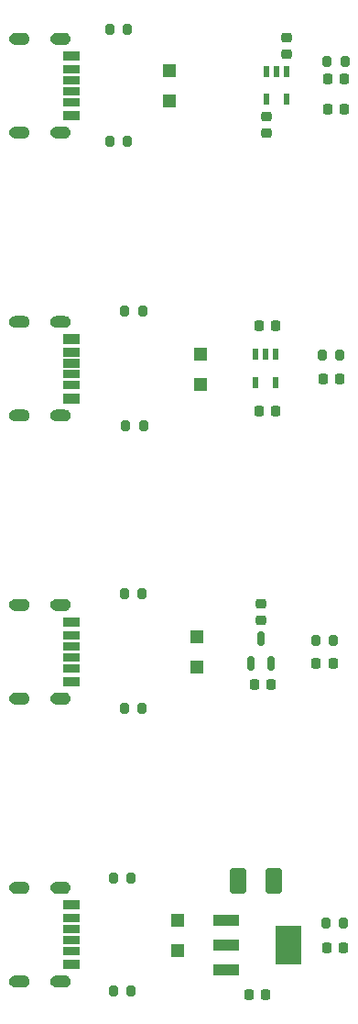
<source format=gtp>
%TF.GenerationSoftware,KiCad,Pcbnew,8.0.1*%
%TF.CreationDate,2024-04-25T19:43:29+08:00*%
%TF.ProjectId,UINIO-Power-LDO,55494e49-4f2d-4506-9f77-65722d4c444f,Version 1.0.0*%
%TF.SameCoordinates,PX7c793c0PY34d0820*%
%TF.FileFunction,Paste,Top*%
%TF.FilePolarity,Positive*%
%FSLAX46Y46*%
G04 Gerber Fmt 4.6, Leading zero omitted, Abs format (unit mm)*
G04 Created by KiCad (PCBNEW 8.0.1) date 2024-04-25 19:43:29*
%MOMM*%
%LPD*%
G01*
G04 APERTURE LIST*
G04 Aperture macros list*
%AMRoundRect*
0 Rectangle with rounded corners*
0 $1 Rounding radius*
0 $2 $3 $4 $5 $6 $7 $8 $9 X,Y pos of 4 corners*
0 Add a 4 corners polygon primitive as box body*
4,1,4,$2,$3,$4,$5,$6,$7,$8,$9,$2,$3,0*
0 Add four circle primitives for the rounded corners*
1,1,$1+$1,$2,$3*
1,1,$1+$1,$4,$5*
1,1,$1+$1,$6,$7*
1,1,$1+$1,$8,$9*
0 Add four rect primitives between the rounded corners*
20,1,$1+$1,$2,$3,$4,$5,0*
20,1,$1+$1,$4,$5,$6,$7,0*
20,1,$1+$1,$6,$7,$8,$9,0*
20,1,$1+$1,$8,$9,$2,$3,0*%
G04 Aperture macros list end*
%ADD10C,0.120000*%
%ADD11RoundRect,0.225000X-0.250000X0.225000X-0.250000X-0.225000X0.250000X-0.225000X0.250000X0.225000X0*%
%ADD12R,2.366000X0.980000*%
%ADD13R,2.366000X3.600000*%
%ADD14RoundRect,0.225000X-0.225000X-0.250000X0.225000X-0.250000X0.225000X0.250000X-0.225000X0.250000X0*%
%ADD15R,1.400000X0.700000*%
%ADD16R,1.400000X0.800000*%
%ADD17RoundRect,0.225000X0.225000X0.250000X-0.225000X0.250000X-0.225000X-0.250000X0.225000X-0.250000X0*%
%ADD18R,0.600000X1.000000*%
%ADD19RoundRect,0.200000X-0.200000X-0.275000X0.200000X-0.275000X0.200000X0.275000X-0.200000X0.275000X0*%
%ADD20RoundRect,0.200000X0.200000X0.275000X-0.200000X0.275000X-0.200000X-0.275000X0.200000X-0.275000X0*%
%ADD21RoundRect,0.218750X-0.218750X-0.256250X0.218750X-0.256250X0.218750X0.256250X-0.218750X0.256250X0*%
%ADD22RoundRect,0.250001X0.499999X0.924999X-0.499999X0.924999X-0.499999X-0.924999X0.499999X-0.924999X0*%
%ADD23R,1.200000X1.200000*%
%ADD24RoundRect,0.150000X0.150000X-0.512500X0.150000X0.512500X-0.150000X0.512500X-0.150000X-0.512500X0*%
%ADD25RoundRect,0.225000X0.250000X-0.225000X0.250000X0.225000X-0.250000X0.225000X-0.250000X-0.225000X0*%
G04 APERTURE END LIST*
D10*
%TO.C,USB3*%
X1790000Y-7646667D02*
X390000Y-7646667D01*
X390000Y-6846667D01*
X1790000Y-6846667D01*
X1790000Y-7646667D01*
G36*
X1790000Y-7646667D02*
G01*
X390000Y-7646667D01*
X390000Y-6846667D01*
X1790000Y-6846667D01*
X1790000Y-7646667D01*
G37*
X1790000Y-8826667D02*
X390000Y-8826667D01*
X390000Y-8126667D01*
X1790000Y-8126667D01*
X1790000Y-8826667D01*
G36*
X1790000Y-8826667D02*
G01*
X390000Y-8826667D01*
X390000Y-8126667D01*
X1790000Y-8126667D01*
X1790000Y-8826667D01*
G37*
X1790000Y-9846667D02*
X390000Y-9846667D01*
X390000Y-9146667D01*
X1790000Y-9146667D01*
X1790000Y-9846667D01*
G36*
X1790000Y-9846667D02*
G01*
X390000Y-9846667D01*
X390000Y-9146667D01*
X1790000Y-9146667D01*
X1790000Y-9846667D01*
G37*
X1790000Y-10846667D02*
X390000Y-10846667D01*
X390000Y-10146667D01*
X1790000Y-10146667D01*
X1790000Y-10846667D01*
G36*
X1790000Y-10846667D02*
G01*
X390000Y-10846667D01*
X390000Y-10146667D01*
X1790000Y-10146667D01*
X1790000Y-10846667D01*
G37*
X1790000Y-11866667D02*
X390000Y-11866667D01*
X390000Y-11166667D01*
X1790000Y-11166667D01*
X1790000Y-11866667D01*
G36*
X1790000Y-11866667D02*
G01*
X390000Y-11866667D01*
X390000Y-11166667D01*
X1790000Y-11166667D01*
X1790000Y-11866667D01*
G37*
X1790000Y-13146667D02*
X390000Y-13146667D01*
X390000Y-12346667D01*
X1790000Y-12346667D01*
X1790000Y-13146667D01*
G36*
X1790000Y-13146667D02*
G01*
X390000Y-13146667D01*
X390000Y-12346667D01*
X1790000Y-12346667D01*
X1790000Y-13146667D01*
G37*
X-3212000Y-5186667D02*
X-3119000Y-5214667D01*
X-3032000Y-5260667D01*
X-2956000Y-5322667D01*
X-2894000Y-5398667D01*
X-2848000Y-5485667D01*
X-2820000Y-5578667D01*
X-2810000Y-5676667D01*
X-2820000Y-5774667D01*
X-2848000Y-5867667D01*
X-2894000Y-5954667D01*
X-2956000Y-6030667D01*
X-3032000Y-6092667D01*
X-3119000Y-6138667D01*
X-3212000Y-6166667D01*
X-3310000Y-6176667D01*
X-4110000Y-6176667D01*
X-4208000Y-6166667D01*
X-4301000Y-6138667D01*
X-4388000Y-6092667D01*
X-4464000Y-6030667D01*
X-4526000Y-5954667D01*
X-4572000Y-5867667D01*
X-4600000Y-5774667D01*
X-4610000Y-5676667D01*
X-4600000Y-5578667D01*
X-4572000Y-5485667D01*
X-4526000Y-5398667D01*
X-4464000Y-5322667D01*
X-4388000Y-5260667D01*
X-4301000Y-5214667D01*
X-4208000Y-5186667D01*
X-4110000Y-5176667D01*
X-3310000Y-5176667D01*
X-3212000Y-5186667D01*
G36*
X-3212000Y-5186667D02*
G01*
X-3119000Y-5214667D01*
X-3032000Y-5260667D01*
X-2956000Y-5322667D01*
X-2894000Y-5398667D01*
X-2848000Y-5485667D01*
X-2820000Y-5578667D01*
X-2810000Y-5676667D01*
X-2820000Y-5774667D01*
X-2848000Y-5867667D01*
X-2894000Y-5954667D01*
X-2956000Y-6030667D01*
X-3032000Y-6092667D01*
X-3119000Y-6138667D01*
X-3212000Y-6166667D01*
X-3310000Y-6176667D01*
X-4110000Y-6176667D01*
X-4208000Y-6166667D01*
X-4301000Y-6138667D01*
X-4388000Y-6092667D01*
X-4464000Y-6030667D01*
X-4526000Y-5954667D01*
X-4572000Y-5867667D01*
X-4600000Y-5774667D01*
X-4610000Y-5676667D01*
X-4600000Y-5578667D01*
X-4572000Y-5485667D01*
X-4526000Y-5398667D01*
X-4464000Y-5322667D01*
X-4388000Y-5260667D01*
X-4301000Y-5214667D01*
X-4208000Y-5186667D01*
X-4110000Y-5176667D01*
X-3310000Y-5176667D01*
X-3212000Y-5186667D01*
G37*
X-3212000Y-13826667D02*
X-3119000Y-13854667D01*
X-3032000Y-13900667D01*
X-2956000Y-13963667D01*
X-2894000Y-14038667D01*
X-2848000Y-14125667D01*
X-2820000Y-14219667D01*
X-2810000Y-14316667D01*
X-2820000Y-14414667D01*
X-2848000Y-14507667D01*
X-2894000Y-14594667D01*
X-2956000Y-14670667D01*
X-3032000Y-14732667D01*
X-3119000Y-14778667D01*
X-3212000Y-14806667D01*
X-3310000Y-14816667D01*
X-4110000Y-14816667D01*
X-4208000Y-14806667D01*
X-4301000Y-14778667D01*
X-4388000Y-14732667D01*
X-4464000Y-14670667D01*
X-4526000Y-14594667D01*
X-4572000Y-14507667D01*
X-4600000Y-14414667D01*
X-4610000Y-14316667D01*
X-4600000Y-14219667D01*
X-4572000Y-14125667D01*
X-4526000Y-14038667D01*
X-4464000Y-13963667D01*
X-4388000Y-13900667D01*
X-4301000Y-13854667D01*
X-4208000Y-13826667D01*
X-4110000Y-13816667D01*
X-3310000Y-13816667D01*
X-3212000Y-13826667D01*
G36*
X-3212000Y-13826667D02*
G01*
X-3119000Y-13854667D01*
X-3032000Y-13900667D01*
X-2956000Y-13963667D01*
X-2894000Y-14038667D01*
X-2848000Y-14125667D01*
X-2820000Y-14219667D01*
X-2810000Y-14316667D01*
X-2820000Y-14414667D01*
X-2848000Y-14507667D01*
X-2894000Y-14594667D01*
X-2956000Y-14670667D01*
X-3032000Y-14732667D01*
X-3119000Y-14778667D01*
X-3212000Y-14806667D01*
X-3310000Y-14816667D01*
X-4110000Y-14816667D01*
X-4208000Y-14806667D01*
X-4301000Y-14778667D01*
X-4388000Y-14732667D01*
X-4464000Y-14670667D01*
X-4526000Y-14594667D01*
X-4572000Y-14507667D01*
X-4600000Y-14414667D01*
X-4610000Y-14316667D01*
X-4600000Y-14219667D01*
X-4572000Y-14125667D01*
X-4526000Y-14038667D01*
X-4464000Y-13963667D01*
X-4388000Y-13900667D01*
X-4301000Y-13854667D01*
X-4208000Y-13826667D01*
X-4110000Y-13816667D01*
X-3310000Y-13816667D01*
X-3212000Y-13826667D01*
G37*
X588000Y-5186667D02*
X681000Y-5214667D01*
X768000Y-5260667D01*
X844000Y-5322667D01*
X906000Y-5398667D01*
X952000Y-5485667D01*
X981000Y-5578667D01*
X990000Y-5676667D01*
X981000Y-5774667D01*
X952000Y-5867667D01*
X906000Y-5954667D01*
X844000Y-6030667D01*
X768000Y-6092667D01*
X681000Y-6138667D01*
X588000Y-6166667D01*
X490000Y-6176667D01*
X-310000Y-6176667D01*
X-407000Y-6166667D01*
X-501000Y-6138667D01*
X-588000Y-6092667D01*
X-663000Y-6030667D01*
X-726000Y-5954667D01*
X-772000Y-5867667D01*
X-800000Y-5774667D01*
X-810000Y-5676667D01*
X-800000Y-5578667D01*
X-772000Y-5485667D01*
X-726000Y-5398667D01*
X-663000Y-5322667D01*
X-588000Y-5260667D01*
X-501000Y-5214667D01*
X-407000Y-5186667D01*
X-310000Y-5176667D01*
X490000Y-5176667D01*
X588000Y-5186667D01*
G36*
X588000Y-5186667D02*
G01*
X681000Y-5214667D01*
X768000Y-5260667D01*
X844000Y-5322667D01*
X906000Y-5398667D01*
X952000Y-5485667D01*
X981000Y-5578667D01*
X990000Y-5676667D01*
X981000Y-5774667D01*
X952000Y-5867667D01*
X906000Y-5954667D01*
X844000Y-6030667D01*
X768000Y-6092667D01*
X681000Y-6138667D01*
X588000Y-6166667D01*
X490000Y-6176667D01*
X-310000Y-6176667D01*
X-407000Y-6166667D01*
X-501000Y-6138667D01*
X-588000Y-6092667D01*
X-663000Y-6030667D01*
X-726000Y-5954667D01*
X-772000Y-5867667D01*
X-800000Y-5774667D01*
X-810000Y-5676667D01*
X-800000Y-5578667D01*
X-772000Y-5485667D01*
X-726000Y-5398667D01*
X-663000Y-5322667D01*
X-588000Y-5260667D01*
X-501000Y-5214667D01*
X-407000Y-5186667D01*
X-310000Y-5176667D01*
X490000Y-5176667D01*
X588000Y-5186667D01*
G37*
X588000Y-13826667D02*
X681000Y-13854667D01*
X768000Y-13900667D01*
X844000Y-13963667D01*
X906000Y-14038667D01*
X952000Y-14125667D01*
X981000Y-14219667D01*
X990000Y-14316667D01*
X981000Y-14414667D01*
X952000Y-14507667D01*
X906000Y-14594667D01*
X844000Y-14670667D01*
X768000Y-14732667D01*
X681000Y-14778667D01*
X588000Y-14806667D01*
X490000Y-14816667D01*
X-310000Y-14816667D01*
X-407000Y-14806667D01*
X-501000Y-14778667D01*
X-588000Y-14732667D01*
X-663000Y-14670667D01*
X-726000Y-14594667D01*
X-772000Y-14507667D01*
X-800000Y-14414667D01*
X-810000Y-14316667D01*
X-800000Y-14219667D01*
X-772000Y-14125667D01*
X-726000Y-14038667D01*
X-663000Y-13963667D01*
X-588000Y-13900667D01*
X-501000Y-13854667D01*
X-407000Y-13826667D01*
X-310000Y-13816667D01*
X490000Y-13816667D01*
X588000Y-13826667D01*
G36*
X588000Y-13826667D02*
G01*
X681000Y-13854667D01*
X768000Y-13900667D01*
X844000Y-13963667D01*
X906000Y-14038667D01*
X952000Y-14125667D01*
X981000Y-14219667D01*
X990000Y-14316667D01*
X981000Y-14414667D01*
X952000Y-14507667D01*
X906000Y-14594667D01*
X844000Y-14670667D01*
X768000Y-14732667D01*
X681000Y-14778667D01*
X588000Y-14806667D01*
X490000Y-14816667D01*
X-310000Y-14816667D01*
X-407000Y-14806667D01*
X-501000Y-14778667D01*
X-588000Y-14732667D01*
X-663000Y-14670667D01*
X-726000Y-14594667D01*
X-772000Y-14507667D01*
X-800000Y-14414667D01*
X-810000Y-14316667D01*
X-800000Y-14219667D01*
X-772000Y-14125667D01*
X-726000Y-14038667D01*
X-663000Y-13963667D01*
X-588000Y-13900667D01*
X-501000Y-13854667D01*
X-407000Y-13826667D01*
X-310000Y-13816667D01*
X490000Y-13816667D01*
X588000Y-13826667D01*
G37*
%TO.C,USB4*%
X1790000Y-85986667D02*
X390000Y-85986667D01*
X390000Y-85186667D01*
X1790000Y-85186667D01*
X1790000Y-85986667D01*
G36*
X1790000Y-85986667D02*
G01*
X390000Y-85986667D01*
X390000Y-85186667D01*
X1790000Y-85186667D01*
X1790000Y-85986667D01*
G37*
X1790000Y-87166667D02*
X390000Y-87166667D01*
X390000Y-86466667D01*
X1790000Y-86466667D01*
X1790000Y-87166667D01*
G36*
X1790000Y-87166667D02*
G01*
X390000Y-87166667D01*
X390000Y-86466667D01*
X1790000Y-86466667D01*
X1790000Y-87166667D01*
G37*
X1790000Y-88186667D02*
X390000Y-88186667D01*
X390000Y-87486667D01*
X1790000Y-87486667D01*
X1790000Y-88186667D01*
G36*
X1790000Y-88186667D02*
G01*
X390000Y-88186667D01*
X390000Y-87486667D01*
X1790000Y-87486667D01*
X1790000Y-88186667D01*
G37*
X1790000Y-89186667D02*
X390000Y-89186667D01*
X390000Y-88486667D01*
X1790000Y-88486667D01*
X1790000Y-89186667D01*
G36*
X1790000Y-89186667D02*
G01*
X390000Y-89186667D01*
X390000Y-88486667D01*
X1790000Y-88486667D01*
X1790000Y-89186667D01*
G37*
X1790000Y-90206667D02*
X390000Y-90206667D01*
X390000Y-89506667D01*
X1790000Y-89506667D01*
X1790000Y-90206667D01*
G36*
X1790000Y-90206667D02*
G01*
X390000Y-90206667D01*
X390000Y-89506667D01*
X1790000Y-89506667D01*
X1790000Y-90206667D01*
G37*
X1790000Y-91486667D02*
X390000Y-91486667D01*
X390000Y-90686667D01*
X1790000Y-90686667D01*
X1790000Y-91486667D01*
G36*
X1790000Y-91486667D02*
G01*
X390000Y-91486667D01*
X390000Y-90686667D01*
X1790000Y-90686667D01*
X1790000Y-91486667D01*
G37*
X-3212000Y-83526667D02*
X-3119000Y-83554667D01*
X-3032000Y-83600667D01*
X-2956000Y-83662667D01*
X-2894000Y-83738667D01*
X-2848000Y-83825667D01*
X-2820000Y-83918667D01*
X-2810000Y-84016667D01*
X-2820000Y-84114667D01*
X-2848000Y-84207667D01*
X-2894000Y-84294667D01*
X-2956000Y-84370667D01*
X-3032000Y-84432667D01*
X-3119000Y-84478667D01*
X-3212000Y-84506667D01*
X-3310000Y-84516667D01*
X-4110000Y-84516667D01*
X-4208000Y-84506667D01*
X-4301000Y-84478667D01*
X-4388000Y-84432667D01*
X-4464000Y-84370667D01*
X-4526000Y-84294667D01*
X-4572000Y-84207667D01*
X-4600000Y-84114667D01*
X-4610000Y-84016667D01*
X-4600000Y-83918667D01*
X-4572000Y-83825667D01*
X-4526000Y-83738667D01*
X-4464000Y-83662667D01*
X-4388000Y-83600667D01*
X-4301000Y-83554667D01*
X-4208000Y-83526667D01*
X-4110000Y-83516667D01*
X-3310000Y-83516667D01*
X-3212000Y-83526667D01*
G36*
X-3212000Y-83526667D02*
G01*
X-3119000Y-83554667D01*
X-3032000Y-83600667D01*
X-2956000Y-83662667D01*
X-2894000Y-83738667D01*
X-2848000Y-83825667D01*
X-2820000Y-83918667D01*
X-2810000Y-84016667D01*
X-2820000Y-84114667D01*
X-2848000Y-84207667D01*
X-2894000Y-84294667D01*
X-2956000Y-84370667D01*
X-3032000Y-84432667D01*
X-3119000Y-84478667D01*
X-3212000Y-84506667D01*
X-3310000Y-84516667D01*
X-4110000Y-84516667D01*
X-4208000Y-84506667D01*
X-4301000Y-84478667D01*
X-4388000Y-84432667D01*
X-4464000Y-84370667D01*
X-4526000Y-84294667D01*
X-4572000Y-84207667D01*
X-4600000Y-84114667D01*
X-4610000Y-84016667D01*
X-4600000Y-83918667D01*
X-4572000Y-83825667D01*
X-4526000Y-83738667D01*
X-4464000Y-83662667D01*
X-4388000Y-83600667D01*
X-4301000Y-83554667D01*
X-4208000Y-83526667D01*
X-4110000Y-83516667D01*
X-3310000Y-83516667D01*
X-3212000Y-83526667D01*
G37*
X-3212000Y-92166667D02*
X-3119000Y-92194667D01*
X-3032000Y-92240667D01*
X-2956000Y-92303667D01*
X-2894000Y-92378667D01*
X-2848000Y-92465667D01*
X-2820000Y-92559667D01*
X-2810000Y-92656667D01*
X-2820000Y-92754667D01*
X-2848000Y-92847667D01*
X-2894000Y-92934667D01*
X-2956000Y-93010667D01*
X-3032000Y-93072667D01*
X-3119000Y-93118667D01*
X-3212000Y-93146667D01*
X-3310000Y-93156667D01*
X-4110000Y-93156667D01*
X-4208000Y-93146667D01*
X-4301000Y-93118667D01*
X-4388000Y-93072667D01*
X-4464000Y-93010667D01*
X-4526000Y-92934667D01*
X-4572000Y-92847667D01*
X-4600000Y-92754667D01*
X-4610000Y-92656667D01*
X-4600000Y-92559667D01*
X-4572000Y-92465667D01*
X-4526000Y-92378667D01*
X-4464000Y-92303667D01*
X-4388000Y-92240667D01*
X-4301000Y-92194667D01*
X-4208000Y-92166667D01*
X-4110000Y-92156667D01*
X-3310000Y-92156667D01*
X-3212000Y-92166667D01*
G36*
X-3212000Y-92166667D02*
G01*
X-3119000Y-92194667D01*
X-3032000Y-92240667D01*
X-2956000Y-92303667D01*
X-2894000Y-92378667D01*
X-2848000Y-92465667D01*
X-2820000Y-92559667D01*
X-2810000Y-92656667D01*
X-2820000Y-92754667D01*
X-2848000Y-92847667D01*
X-2894000Y-92934667D01*
X-2956000Y-93010667D01*
X-3032000Y-93072667D01*
X-3119000Y-93118667D01*
X-3212000Y-93146667D01*
X-3310000Y-93156667D01*
X-4110000Y-93156667D01*
X-4208000Y-93146667D01*
X-4301000Y-93118667D01*
X-4388000Y-93072667D01*
X-4464000Y-93010667D01*
X-4526000Y-92934667D01*
X-4572000Y-92847667D01*
X-4600000Y-92754667D01*
X-4610000Y-92656667D01*
X-4600000Y-92559667D01*
X-4572000Y-92465667D01*
X-4526000Y-92378667D01*
X-4464000Y-92303667D01*
X-4388000Y-92240667D01*
X-4301000Y-92194667D01*
X-4208000Y-92166667D01*
X-4110000Y-92156667D01*
X-3310000Y-92156667D01*
X-3212000Y-92166667D01*
G37*
X588000Y-83526667D02*
X681000Y-83554667D01*
X768000Y-83600667D01*
X844000Y-83662667D01*
X906000Y-83738667D01*
X952000Y-83825667D01*
X981000Y-83918667D01*
X990000Y-84016667D01*
X981000Y-84114667D01*
X952000Y-84207667D01*
X906000Y-84294667D01*
X844000Y-84370667D01*
X768000Y-84432667D01*
X681000Y-84478667D01*
X588000Y-84506667D01*
X490000Y-84516667D01*
X-310000Y-84516667D01*
X-407000Y-84506667D01*
X-501000Y-84478667D01*
X-588000Y-84432667D01*
X-663000Y-84370667D01*
X-726000Y-84294667D01*
X-772000Y-84207667D01*
X-800000Y-84114667D01*
X-810000Y-84016667D01*
X-800000Y-83918667D01*
X-772000Y-83825667D01*
X-726000Y-83738667D01*
X-663000Y-83662667D01*
X-588000Y-83600667D01*
X-501000Y-83554667D01*
X-407000Y-83526667D01*
X-310000Y-83516667D01*
X490000Y-83516667D01*
X588000Y-83526667D01*
G36*
X588000Y-83526667D02*
G01*
X681000Y-83554667D01*
X768000Y-83600667D01*
X844000Y-83662667D01*
X906000Y-83738667D01*
X952000Y-83825667D01*
X981000Y-83918667D01*
X990000Y-84016667D01*
X981000Y-84114667D01*
X952000Y-84207667D01*
X906000Y-84294667D01*
X844000Y-84370667D01*
X768000Y-84432667D01*
X681000Y-84478667D01*
X588000Y-84506667D01*
X490000Y-84516667D01*
X-310000Y-84516667D01*
X-407000Y-84506667D01*
X-501000Y-84478667D01*
X-588000Y-84432667D01*
X-663000Y-84370667D01*
X-726000Y-84294667D01*
X-772000Y-84207667D01*
X-800000Y-84114667D01*
X-810000Y-84016667D01*
X-800000Y-83918667D01*
X-772000Y-83825667D01*
X-726000Y-83738667D01*
X-663000Y-83662667D01*
X-588000Y-83600667D01*
X-501000Y-83554667D01*
X-407000Y-83526667D01*
X-310000Y-83516667D01*
X490000Y-83516667D01*
X588000Y-83526667D01*
G37*
X588000Y-92166667D02*
X681000Y-92194667D01*
X768000Y-92240667D01*
X844000Y-92303667D01*
X906000Y-92378667D01*
X952000Y-92465667D01*
X981000Y-92559667D01*
X990000Y-92656667D01*
X981000Y-92754667D01*
X952000Y-92847667D01*
X906000Y-92934667D01*
X844000Y-93010667D01*
X768000Y-93072667D01*
X681000Y-93118667D01*
X588000Y-93146667D01*
X490000Y-93156667D01*
X-310000Y-93156667D01*
X-407000Y-93146667D01*
X-501000Y-93118667D01*
X-588000Y-93072667D01*
X-663000Y-93010667D01*
X-726000Y-92934667D01*
X-772000Y-92847667D01*
X-800000Y-92754667D01*
X-810000Y-92656667D01*
X-800000Y-92559667D01*
X-772000Y-92465667D01*
X-726000Y-92378667D01*
X-663000Y-92303667D01*
X-588000Y-92240667D01*
X-501000Y-92194667D01*
X-407000Y-92166667D01*
X-310000Y-92156667D01*
X490000Y-92156667D01*
X588000Y-92166667D01*
G36*
X588000Y-92166667D02*
G01*
X681000Y-92194667D01*
X768000Y-92240667D01*
X844000Y-92303667D01*
X906000Y-92378667D01*
X952000Y-92465667D01*
X981000Y-92559667D01*
X990000Y-92656667D01*
X981000Y-92754667D01*
X952000Y-92847667D01*
X906000Y-92934667D01*
X844000Y-93010667D01*
X768000Y-93072667D01*
X681000Y-93118667D01*
X588000Y-93146667D01*
X490000Y-93156667D01*
X-310000Y-93156667D01*
X-407000Y-93146667D01*
X-501000Y-93118667D01*
X-588000Y-93072667D01*
X-663000Y-93010667D01*
X-726000Y-92934667D01*
X-772000Y-92847667D01*
X-800000Y-92754667D01*
X-810000Y-92656667D01*
X-800000Y-92559667D01*
X-772000Y-92465667D01*
X-726000Y-92378667D01*
X-663000Y-92303667D01*
X-588000Y-92240667D01*
X-501000Y-92194667D01*
X-407000Y-92166667D01*
X-310000Y-92156667D01*
X490000Y-92156667D01*
X588000Y-92166667D01*
G37*
%TO.C,USB2*%
X1790000Y-59873333D02*
X390000Y-59873333D01*
X390000Y-59073333D01*
X1790000Y-59073333D01*
X1790000Y-59873333D01*
G36*
X1790000Y-59873333D02*
G01*
X390000Y-59873333D01*
X390000Y-59073333D01*
X1790000Y-59073333D01*
X1790000Y-59873333D01*
G37*
X1790000Y-61053333D02*
X390000Y-61053333D01*
X390000Y-60353333D01*
X1790000Y-60353333D01*
X1790000Y-61053333D01*
G36*
X1790000Y-61053333D02*
G01*
X390000Y-61053333D01*
X390000Y-60353333D01*
X1790000Y-60353333D01*
X1790000Y-61053333D01*
G37*
X1790000Y-62073333D02*
X390000Y-62073333D01*
X390000Y-61373333D01*
X1790000Y-61373333D01*
X1790000Y-62073333D01*
G36*
X1790000Y-62073333D02*
G01*
X390000Y-62073333D01*
X390000Y-61373333D01*
X1790000Y-61373333D01*
X1790000Y-62073333D01*
G37*
X1790000Y-63073333D02*
X390000Y-63073333D01*
X390000Y-62373333D01*
X1790000Y-62373333D01*
X1790000Y-63073333D01*
G36*
X1790000Y-63073333D02*
G01*
X390000Y-63073333D01*
X390000Y-62373333D01*
X1790000Y-62373333D01*
X1790000Y-63073333D01*
G37*
X1790000Y-64093333D02*
X390000Y-64093333D01*
X390000Y-63393333D01*
X1790000Y-63393333D01*
X1790000Y-64093333D01*
G36*
X1790000Y-64093333D02*
G01*
X390000Y-64093333D01*
X390000Y-63393333D01*
X1790000Y-63393333D01*
X1790000Y-64093333D01*
G37*
X1790000Y-65373333D02*
X390000Y-65373333D01*
X390000Y-64573333D01*
X1790000Y-64573333D01*
X1790000Y-65373333D01*
G36*
X1790000Y-65373333D02*
G01*
X390000Y-65373333D01*
X390000Y-64573333D01*
X1790000Y-64573333D01*
X1790000Y-65373333D01*
G37*
X-3212000Y-57413333D02*
X-3119000Y-57441333D01*
X-3032000Y-57487333D01*
X-2956000Y-57549333D01*
X-2894000Y-57625333D01*
X-2848000Y-57712333D01*
X-2820000Y-57805333D01*
X-2810000Y-57903333D01*
X-2820000Y-58001333D01*
X-2848000Y-58094333D01*
X-2894000Y-58181333D01*
X-2956000Y-58257333D01*
X-3032000Y-58319333D01*
X-3119000Y-58365333D01*
X-3212000Y-58393333D01*
X-3310000Y-58403333D01*
X-4110000Y-58403333D01*
X-4208000Y-58393333D01*
X-4301000Y-58365333D01*
X-4388000Y-58319333D01*
X-4464000Y-58257333D01*
X-4526000Y-58181333D01*
X-4572000Y-58094333D01*
X-4600000Y-58001333D01*
X-4610000Y-57903333D01*
X-4600000Y-57805333D01*
X-4572000Y-57712333D01*
X-4526000Y-57625333D01*
X-4464000Y-57549333D01*
X-4388000Y-57487333D01*
X-4301000Y-57441333D01*
X-4208000Y-57413333D01*
X-4110000Y-57403333D01*
X-3310000Y-57403333D01*
X-3212000Y-57413333D01*
G36*
X-3212000Y-57413333D02*
G01*
X-3119000Y-57441333D01*
X-3032000Y-57487333D01*
X-2956000Y-57549333D01*
X-2894000Y-57625333D01*
X-2848000Y-57712333D01*
X-2820000Y-57805333D01*
X-2810000Y-57903333D01*
X-2820000Y-58001333D01*
X-2848000Y-58094333D01*
X-2894000Y-58181333D01*
X-2956000Y-58257333D01*
X-3032000Y-58319333D01*
X-3119000Y-58365333D01*
X-3212000Y-58393333D01*
X-3310000Y-58403333D01*
X-4110000Y-58403333D01*
X-4208000Y-58393333D01*
X-4301000Y-58365333D01*
X-4388000Y-58319333D01*
X-4464000Y-58257333D01*
X-4526000Y-58181333D01*
X-4572000Y-58094333D01*
X-4600000Y-58001333D01*
X-4610000Y-57903333D01*
X-4600000Y-57805333D01*
X-4572000Y-57712333D01*
X-4526000Y-57625333D01*
X-4464000Y-57549333D01*
X-4388000Y-57487333D01*
X-4301000Y-57441333D01*
X-4208000Y-57413333D01*
X-4110000Y-57403333D01*
X-3310000Y-57403333D01*
X-3212000Y-57413333D01*
G37*
X-3212000Y-66053333D02*
X-3119000Y-66081333D01*
X-3032000Y-66127333D01*
X-2956000Y-66190333D01*
X-2894000Y-66265333D01*
X-2848000Y-66352333D01*
X-2820000Y-66446333D01*
X-2810000Y-66543333D01*
X-2820000Y-66641333D01*
X-2848000Y-66734333D01*
X-2894000Y-66821333D01*
X-2956000Y-66897333D01*
X-3032000Y-66959333D01*
X-3119000Y-67005333D01*
X-3212000Y-67033333D01*
X-3310000Y-67043333D01*
X-4110000Y-67043333D01*
X-4208000Y-67033333D01*
X-4301000Y-67005333D01*
X-4388000Y-66959333D01*
X-4464000Y-66897333D01*
X-4526000Y-66821333D01*
X-4572000Y-66734333D01*
X-4600000Y-66641333D01*
X-4610000Y-66543333D01*
X-4600000Y-66446333D01*
X-4572000Y-66352333D01*
X-4526000Y-66265333D01*
X-4464000Y-66190333D01*
X-4388000Y-66127333D01*
X-4301000Y-66081333D01*
X-4208000Y-66053333D01*
X-4110000Y-66043333D01*
X-3310000Y-66043333D01*
X-3212000Y-66053333D01*
G36*
X-3212000Y-66053333D02*
G01*
X-3119000Y-66081333D01*
X-3032000Y-66127333D01*
X-2956000Y-66190333D01*
X-2894000Y-66265333D01*
X-2848000Y-66352333D01*
X-2820000Y-66446333D01*
X-2810000Y-66543333D01*
X-2820000Y-66641333D01*
X-2848000Y-66734333D01*
X-2894000Y-66821333D01*
X-2956000Y-66897333D01*
X-3032000Y-66959333D01*
X-3119000Y-67005333D01*
X-3212000Y-67033333D01*
X-3310000Y-67043333D01*
X-4110000Y-67043333D01*
X-4208000Y-67033333D01*
X-4301000Y-67005333D01*
X-4388000Y-66959333D01*
X-4464000Y-66897333D01*
X-4526000Y-66821333D01*
X-4572000Y-66734333D01*
X-4600000Y-66641333D01*
X-4610000Y-66543333D01*
X-4600000Y-66446333D01*
X-4572000Y-66352333D01*
X-4526000Y-66265333D01*
X-4464000Y-66190333D01*
X-4388000Y-66127333D01*
X-4301000Y-66081333D01*
X-4208000Y-66053333D01*
X-4110000Y-66043333D01*
X-3310000Y-66043333D01*
X-3212000Y-66053333D01*
G37*
X588000Y-57413333D02*
X681000Y-57441333D01*
X768000Y-57487333D01*
X844000Y-57549333D01*
X906000Y-57625333D01*
X952000Y-57712333D01*
X981000Y-57805333D01*
X990000Y-57903333D01*
X981000Y-58001333D01*
X952000Y-58094333D01*
X906000Y-58181333D01*
X844000Y-58257333D01*
X768000Y-58319333D01*
X681000Y-58365333D01*
X588000Y-58393333D01*
X490000Y-58403333D01*
X-310000Y-58403333D01*
X-407000Y-58393333D01*
X-501000Y-58365333D01*
X-588000Y-58319333D01*
X-663000Y-58257333D01*
X-726000Y-58181333D01*
X-772000Y-58094333D01*
X-800000Y-58001333D01*
X-810000Y-57903333D01*
X-800000Y-57805333D01*
X-772000Y-57712333D01*
X-726000Y-57625333D01*
X-663000Y-57549333D01*
X-588000Y-57487333D01*
X-501000Y-57441333D01*
X-407000Y-57413333D01*
X-310000Y-57403333D01*
X490000Y-57403333D01*
X588000Y-57413333D01*
G36*
X588000Y-57413333D02*
G01*
X681000Y-57441333D01*
X768000Y-57487333D01*
X844000Y-57549333D01*
X906000Y-57625333D01*
X952000Y-57712333D01*
X981000Y-57805333D01*
X990000Y-57903333D01*
X981000Y-58001333D01*
X952000Y-58094333D01*
X906000Y-58181333D01*
X844000Y-58257333D01*
X768000Y-58319333D01*
X681000Y-58365333D01*
X588000Y-58393333D01*
X490000Y-58403333D01*
X-310000Y-58403333D01*
X-407000Y-58393333D01*
X-501000Y-58365333D01*
X-588000Y-58319333D01*
X-663000Y-58257333D01*
X-726000Y-58181333D01*
X-772000Y-58094333D01*
X-800000Y-58001333D01*
X-810000Y-57903333D01*
X-800000Y-57805333D01*
X-772000Y-57712333D01*
X-726000Y-57625333D01*
X-663000Y-57549333D01*
X-588000Y-57487333D01*
X-501000Y-57441333D01*
X-407000Y-57413333D01*
X-310000Y-57403333D01*
X490000Y-57403333D01*
X588000Y-57413333D01*
G37*
X588000Y-66053333D02*
X681000Y-66081333D01*
X768000Y-66127333D01*
X844000Y-66190333D01*
X906000Y-66265333D01*
X952000Y-66352333D01*
X981000Y-66446333D01*
X990000Y-66543333D01*
X981000Y-66641333D01*
X952000Y-66734333D01*
X906000Y-66821333D01*
X844000Y-66897333D01*
X768000Y-66959333D01*
X681000Y-67005333D01*
X588000Y-67033333D01*
X490000Y-67043333D01*
X-310000Y-67043333D01*
X-407000Y-67033333D01*
X-501000Y-67005333D01*
X-588000Y-66959333D01*
X-663000Y-66897333D01*
X-726000Y-66821333D01*
X-772000Y-66734333D01*
X-800000Y-66641333D01*
X-810000Y-66543333D01*
X-800000Y-66446333D01*
X-772000Y-66352333D01*
X-726000Y-66265333D01*
X-663000Y-66190333D01*
X-588000Y-66127333D01*
X-501000Y-66081333D01*
X-407000Y-66053333D01*
X-310000Y-66043333D01*
X490000Y-66043333D01*
X588000Y-66053333D01*
G36*
X588000Y-66053333D02*
G01*
X681000Y-66081333D01*
X768000Y-66127333D01*
X844000Y-66190333D01*
X906000Y-66265333D01*
X952000Y-66352333D01*
X981000Y-66446333D01*
X990000Y-66543333D01*
X981000Y-66641333D01*
X952000Y-66734333D01*
X906000Y-66821333D01*
X844000Y-66897333D01*
X768000Y-66959333D01*
X681000Y-67005333D01*
X588000Y-67033333D01*
X490000Y-67043333D01*
X-310000Y-67043333D01*
X-407000Y-67033333D01*
X-501000Y-67005333D01*
X-588000Y-66959333D01*
X-663000Y-66897333D01*
X-726000Y-66821333D01*
X-772000Y-66734333D01*
X-800000Y-66641333D01*
X-810000Y-66543333D01*
X-800000Y-66446333D01*
X-772000Y-66352333D01*
X-726000Y-66265333D01*
X-663000Y-66190333D01*
X-588000Y-66127333D01*
X-501000Y-66081333D01*
X-407000Y-66053333D01*
X-310000Y-66043333D01*
X490000Y-66043333D01*
X588000Y-66053333D01*
G37*
%TO.C,USB1*%
X1790000Y-33760000D02*
X390000Y-33760000D01*
X390000Y-32960000D01*
X1790000Y-32960000D01*
X1790000Y-33760000D01*
G36*
X1790000Y-33760000D02*
G01*
X390000Y-33760000D01*
X390000Y-32960000D01*
X1790000Y-32960000D01*
X1790000Y-33760000D01*
G37*
X1790000Y-34940000D02*
X390000Y-34940000D01*
X390000Y-34240000D01*
X1790000Y-34240000D01*
X1790000Y-34940000D01*
G36*
X1790000Y-34940000D02*
G01*
X390000Y-34940000D01*
X390000Y-34240000D01*
X1790000Y-34240000D01*
X1790000Y-34940000D01*
G37*
X1790000Y-35960000D02*
X390000Y-35960000D01*
X390000Y-35260000D01*
X1790000Y-35260000D01*
X1790000Y-35960000D01*
G36*
X1790000Y-35960000D02*
G01*
X390000Y-35960000D01*
X390000Y-35260000D01*
X1790000Y-35260000D01*
X1790000Y-35960000D01*
G37*
X1790000Y-36960000D02*
X390000Y-36960000D01*
X390000Y-36260000D01*
X1790000Y-36260000D01*
X1790000Y-36960000D01*
G36*
X1790000Y-36960000D02*
G01*
X390000Y-36960000D01*
X390000Y-36260000D01*
X1790000Y-36260000D01*
X1790000Y-36960000D01*
G37*
X1790000Y-37980000D02*
X390000Y-37980000D01*
X390000Y-37280000D01*
X1790000Y-37280000D01*
X1790000Y-37980000D01*
G36*
X1790000Y-37980000D02*
G01*
X390000Y-37980000D01*
X390000Y-37280000D01*
X1790000Y-37280000D01*
X1790000Y-37980000D01*
G37*
X1790000Y-39260000D02*
X390000Y-39260000D01*
X390000Y-38460000D01*
X1790000Y-38460000D01*
X1790000Y-39260000D01*
G36*
X1790000Y-39260000D02*
G01*
X390000Y-39260000D01*
X390000Y-38460000D01*
X1790000Y-38460000D01*
X1790000Y-39260000D01*
G37*
X-3212000Y-31300000D02*
X-3119000Y-31328000D01*
X-3032000Y-31374000D01*
X-2956000Y-31436000D01*
X-2894000Y-31512000D01*
X-2848000Y-31599000D01*
X-2820000Y-31692000D01*
X-2810000Y-31790000D01*
X-2820000Y-31888000D01*
X-2848000Y-31981000D01*
X-2894000Y-32068000D01*
X-2956000Y-32144000D01*
X-3032000Y-32206000D01*
X-3119000Y-32252000D01*
X-3212000Y-32280000D01*
X-3310000Y-32290000D01*
X-4110000Y-32290000D01*
X-4208000Y-32280000D01*
X-4301000Y-32252000D01*
X-4388000Y-32206000D01*
X-4464000Y-32144000D01*
X-4526000Y-32068000D01*
X-4572000Y-31981000D01*
X-4600000Y-31888000D01*
X-4610000Y-31790000D01*
X-4600000Y-31692000D01*
X-4572000Y-31599000D01*
X-4526000Y-31512000D01*
X-4464000Y-31436000D01*
X-4388000Y-31374000D01*
X-4301000Y-31328000D01*
X-4208000Y-31300000D01*
X-4110000Y-31290000D01*
X-3310000Y-31290000D01*
X-3212000Y-31300000D01*
G36*
X-3212000Y-31300000D02*
G01*
X-3119000Y-31328000D01*
X-3032000Y-31374000D01*
X-2956000Y-31436000D01*
X-2894000Y-31512000D01*
X-2848000Y-31599000D01*
X-2820000Y-31692000D01*
X-2810000Y-31790000D01*
X-2820000Y-31888000D01*
X-2848000Y-31981000D01*
X-2894000Y-32068000D01*
X-2956000Y-32144000D01*
X-3032000Y-32206000D01*
X-3119000Y-32252000D01*
X-3212000Y-32280000D01*
X-3310000Y-32290000D01*
X-4110000Y-32290000D01*
X-4208000Y-32280000D01*
X-4301000Y-32252000D01*
X-4388000Y-32206000D01*
X-4464000Y-32144000D01*
X-4526000Y-32068000D01*
X-4572000Y-31981000D01*
X-4600000Y-31888000D01*
X-4610000Y-31790000D01*
X-4600000Y-31692000D01*
X-4572000Y-31599000D01*
X-4526000Y-31512000D01*
X-4464000Y-31436000D01*
X-4388000Y-31374000D01*
X-4301000Y-31328000D01*
X-4208000Y-31300000D01*
X-4110000Y-31290000D01*
X-3310000Y-31290000D01*
X-3212000Y-31300000D01*
G37*
X-3212000Y-39940000D02*
X-3119000Y-39968000D01*
X-3032000Y-40014000D01*
X-2956000Y-40077000D01*
X-2894000Y-40152000D01*
X-2848000Y-40239000D01*
X-2820000Y-40333000D01*
X-2810000Y-40430000D01*
X-2820000Y-40528000D01*
X-2848000Y-40621000D01*
X-2894000Y-40708000D01*
X-2956000Y-40784000D01*
X-3032000Y-40846000D01*
X-3119000Y-40892000D01*
X-3212000Y-40920000D01*
X-3310000Y-40930000D01*
X-4110000Y-40930000D01*
X-4208000Y-40920000D01*
X-4301000Y-40892000D01*
X-4388000Y-40846000D01*
X-4464000Y-40784000D01*
X-4526000Y-40708000D01*
X-4572000Y-40621000D01*
X-4600000Y-40528000D01*
X-4610000Y-40430000D01*
X-4600000Y-40333000D01*
X-4572000Y-40239000D01*
X-4526000Y-40152000D01*
X-4464000Y-40077000D01*
X-4388000Y-40014000D01*
X-4301000Y-39968000D01*
X-4208000Y-39940000D01*
X-4110000Y-39930000D01*
X-3310000Y-39930000D01*
X-3212000Y-39940000D01*
G36*
X-3212000Y-39940000D02*
G01*
X-3119000Y-39968000D01*
X-3032000Y-40014000D01*
X-2956000Y-40077000D01*
X-2894000Y-40152000D01*
X-2848000Y-40239000D01*
X-2820000Y-40333000D01*
X-2810000Y-40430000D01*
X-2820000Y-40528000D01*
X-2848000Y-40621000D01*
X-2894000Y-40708000D01*
X-2956000Y-40784000D01*
X-3032000Y-40846000D01*
X-3119000Y-40892000D01*
X-3212000Y-40920000D01*
X-3310000Y-40930000D01*
X-4110000Y-40930000D01*
X-4208000Y-40920000D01*
X-4301000Y-40892000D01*
X-4388000Y-40846000D01*
X-4464000Y-40784000D01*
X-4526000Y-40708000D01*
X-4572000Y-40621000D01*
X-4600000Y-40528000D01*
X-4610000Y-40430000D01*
X-4600000Y-40333000D01*
X-4572000Y-40239000D01*
X-4526000Y-40152000D01*
X-4464000Y-40077000D01*
X-4388000Y-40014000D01*
X-4301000Y-39968000D01*
X-4208000Y-39940000D01*
X-4110000Y-39930000D01*
X-3310000Y-39930000D01*
X-3212000Y-39940000D01*
G37*
X588000Y-31300000D02*
X681000Y-31328000D01*
X768000Y-31374000D01*
X844000Y-31436000D01*
X906000Y-31512000D01*
X952000Y-31599000D01*
X981000Y-31692000D01*
X990000Y-31790000D01*
X981000Y-31888000D01*
X952000Y-31981000D01*
X906000Y-32068000D01*
X844000Y-32144000D01*
X768000Y-32206000D01*
X681000Y-32252000D01*
X588000Y-32280000D01*
X490000Y-32290000D01*
X-310000Y-32290000D01*
X-407000Y-32280000D01*
X-501000Y-32252000D01*
X-588000Y-32206000D01*
X-663000Y-32144000D01*
X-726000Y-32068000D01*
X-772000Y-31981000D01*
X-800000Y-31888000D01*
X-810000Y-31790000D01*
X-800000Y-31692000D01*
X-772000Y-31599000D01*
X-726000Y-31512000D01*
X-663000Y-31436000D01*
X-588000Y-31374000D01*
X-501000Y-31328000D01*
X-407000Y-31300000D01*
X-310000Y-31290000D01*
X490000Y-31290000D01*
X588000Y-31300000D01*
G36*
X588000Y-31300000D02*
G01*
X681000Y-31328000D01*
X768000Y-31374000D01*
X844000Y-31436000D01*
X906000Y-31512000D01*
X952000Y-31599000D01*
X981000Y-31692000D01*
X990000Y-31790000D01*
X981000Y-31888000D01*
X952000Y-31981000D01*
X906000Y-32068000D01*
X844000Y-32144000D01*
X768000Y-32206000D01*
X681000Y-32252000D01*
X588000Y-32280000D01*
X490000Y-32290000D01*
X-310000Y-32290000D01*
X-407000Y-32280000D01*
X-501000Y-32252000D01*
X-588000Y-32206000D01*
X-663000Y-32144000D01*
X-726000Y-32068000D01*
X-772000Y-31981000D01*
X-800000Y-31888000D01*
X-810000Y-31790000D01*
X-800000Y-31692000D01*
X-772000Y-31599000D01*
X-726000Y-31512000D01*
X-663000Y-31436000D01*
X-588000Y-31374000D01*
X-501000Y-31328000D01*
X-407000Y-31300000D01*
X-310000Y-31290000D01*
X490000Y-31290000D01*
X588000Y-31300000D01*
G37*
X588000Y-39940000D02*
X681000Y-39968000D01*
X768000Y-40014000D01*
X844000Y-40077000D01*
X906000Y-40152000D01*
X952000Y-40239000D01*
X981000Y-40333000D01*
X990000Y-40430000D01*
X981000Y-40528000D01*
X952000Y-40621000D01*
X906000Y-40708000D01*
X844000Y-40784000D01*
X768000Y-40846000D01*
X681000Y-40892000D01*
X588000Y-40920000D01*
X490000Y-40930000D01*
X-310000Y-40930000D01*
X-407000Y-40920000D01*
X-501000Y-40892000D01*
X-588000Y-40846000D01*
X-663000Y-40784000D01*
X-726000Y-40708000D01*
X-772000Y-40621000D01*
X-800000Y-40528000D01*
X-810000Y-40430000D01*
X-800000Y-40333000D01*
X-772000Y-40239000D01*
X-726000Y-40152000D01*
X-663000Y-40077000D01*
X-588000Y-40014000D01*
X-501000Y-39968000D01*
X-407000Y-39940000D01*
X-310000Y-39930000D01*
X490000Y-39930000D01*
X588000Y-39940000D01*
G36*
X588000Y-39940000D02*
G01*
X681000Y-39968000D01*
X768000Y-40014000D01*
X844000Y-40077000D01*
X906000Y-40152000D01*
X952000Y-40239000D01*
X981000Y-40333000D01*
X990000Y-40430000D01*
X981000Y-40528000D01*
X952000Y-40621000D01*
X906000Y-40708000D01*
X844000Y-40784000D01*
X768000Y-40846000D01*
X681000Y-40892000D01*
X588000Y-40920000D01*
X490000Y-40930000D01*
X-310000Y-40930000D01*
X-407000Y-40920000D01*
X-501000Y-40892000D01*
X-588000Y-40846000D01*
X-663000Y-40784000D01*
X-726000Y-40708000D01*
X-772000Y-40621000D01*
X-800000Y-40528000D01*
X-810000Y-40430000D01*
X-800000Y-40333000D01*
X-772000Y-40239000D01*
X-726000Y-40152000D01*
X-663000Y-40077000D01*
X-588000Y-40014000D01*
X-501000Y-39968000D01*
X-407000Y-39940000D01*
X-310000Y-39930000D01*
X490000Y-39930000D01*
X588000Y-39940000D01*
G37*
%TD*%
D11*
%TO.C,C5*%
X21070000Y-5580000D03*
X21070000Y-7130000D03*
%TD*%
D12*
%TO.C,U4*%
X15445000Y-87016667D03*
X15445000Y-89316667D03*
X15445000Y-91616667D03*
D13*
X21171000Y-89316667D03*
%TD*%
D14*
%TO.C,C1*%
X18480000Y-32156667D03*
X20030000Y-32156667D03*
%TD*%
D15*
%TO.C,USB3*%
X1090000Y-9496667D03*
X1090000Y-11516667D03*
D16*
X1090000Y-12746667D03*
D15*
X1090000Y-10496667D03*
X1090000Y-8476667D03*
D16*
X1090000Y-7246667D03*
%TD*%
D17*
%TO.C,C4*%
X19620000Y-65330000D03*
X18070000Y-65330000D03*
%TD*%
D18*
%TO.C,U1*%
X20044800Y-34810000D03*
X19094800Y-34810000D03*
X18144800Y-34810000D03*
X18144800Y-37410000D03*
X20044800Y-37410000D03*
%TD*%
D19*
%TO.C,R4*%
X6057000Y-67496667D03*
X7707000Y-67496667D03*
%TD*%
D14*
%TO.C,C3*%
X18480000Y-40086667D03*
X20030000Y-40086667D03*
%TD*%
%TO.C,C8*%
X17533000Y-93889667D03*
X19083000Y-93889667D03*
%TD*%
D19*
%TO.C,R9*%
X5005000Y-93596667D03*
X6655000Y-93596667D03*
%TD*%
D20*
%TO.C,R7*%
X25990000Y-34906667D03*
X24340000Y-34906667D03*
%TD*%
D19*
%TO.C,R5*%
X4691750Y-4816667D03*
X6341750Y-4816667D03*
%TD*%
D17*
%TO.C,C7*%
X26375000Y-12176667D03*
X24825000Y-12176667D03*
%TD*%
D15*
%TO.C,USB4*%
X1090000Y-87836667D03*
X1090000Y-89856667D03*
D16*
X1090000Y-91086667D03*
D15*
X1090000Y-88836667D03*
X1090000Y-86816667D03*
D16*
X1090000Y-85586667D03*
%TD*%
D21*
%TO.C,D5*%
X24832500Y-9396667D03*
X26407500Y-9396667D03*
%TD*%
D22*
%TO.C,C9*%
X19830000Y-83419667D03*
X16580000Y-83419667D03*
%TD*%
D21*
%TO.C,D8*%
X24727500Y-89596667D03*
X26302500Y-89596667D03*
%TD*%
D23*
%TO.C,D1*%
X13120200Y-34787500D03*
X13120200Y-37587500D03*
%TD*%
D19*
%TO.C,R12*%
X24670000Y-87276667D03*
X26320000Y-87276667D03*
%TD*%
%TO.C,R6*%
X4691750Y-15176667D03*
X6341750Y-15176667D03*
%TD*%
D20*
%TO.C,R10*%
X26425000Y-7836667D03*
X24775000Y-7836667D03*
%TD*%
D21*
%TO.C,D7*%
X23782500Y-63326667D03*
X25357500Y-63326667D03*
%TD*%
D23*
%TO.C,D4*%
X10200000Y-8674167D03*
X10200000Y-11474167D03*
%TD*%
D24*
%TO.C,U2*%
X17722500Y-63360833D03*
X19622500Y-63360833D03*
X18672500Y-61085833D03*
%TD*%
D23*
%TO.C,D2*%
X12739750Y-60900833D03*
X12739750Y-63700833D03*
%TD*%
D19*
%TO.C,R3*%
X6057000Y-56896667D03*
X7707000Y-56896667D03*
%TD*%
%TO.C,R2*%
X6170000Y-41416667D03*
X7820000Y-41416667D03*
%TD*%
D23*
%TO.C,D6*%
X10958500Y-87014167D03*
X10958500Y-89814167D03*
%TD*%
D25*
%TO.C,C6*%
X19170000Y-14405000D03*
X19170000Y-12855000D03*
%TD*%
D18*
%TO.C,U3*%
X21068500Y-8696667D03*
X20118500Y-8696667D03*
X19168500Y-8696667D03*
X19168500Y-11296667D03*
X21068500Y-11296667D03*
%TD*%
D20*
%TO.C,R8*%
X6655000Y-83131667D03*
X5005000Y-83131667D03*
%TD*%
D25*
%TO.C,C2*%
X18670000Y-59370000D03*
X18670000Y-57820000D03*
%TD*%
D19*
%TO.C,R1*%
X6085000Y-30836667D03*
X7735000Y-30836667D03*
%TD*%
D15*
%TO.C,USB2*%
X1090000Y-61723333D03*
X1090000Y-63743333D03*
D16*
X1090000Y-64973333D03*
D15*
X1090000Y-62723333D03*
X1090000Y-60703333D03*
D16*
X1090000Y-59473333D03*
%TD*%
D20*
%TO.C,R11*%
X25375000Y-61256667D03*
X23725000Y-61256667D03*
%TD*%
D21*
%TO.C,D3*%
X24397500Y-37136667D03*
X25972500Y-37136667D03*
%TD*%
D15*
%TO.C,USB1*%
X1090000Y-35610000D03*
X1090000Y-37630000D03*
D16*
X1090000Y-38860000D03*
D15*
X1090000Y-36610000D03*
X1090000Y-34590000D03*
D16*
X1090000Y-33360000D03*
%TD*%
M02*

</source>
